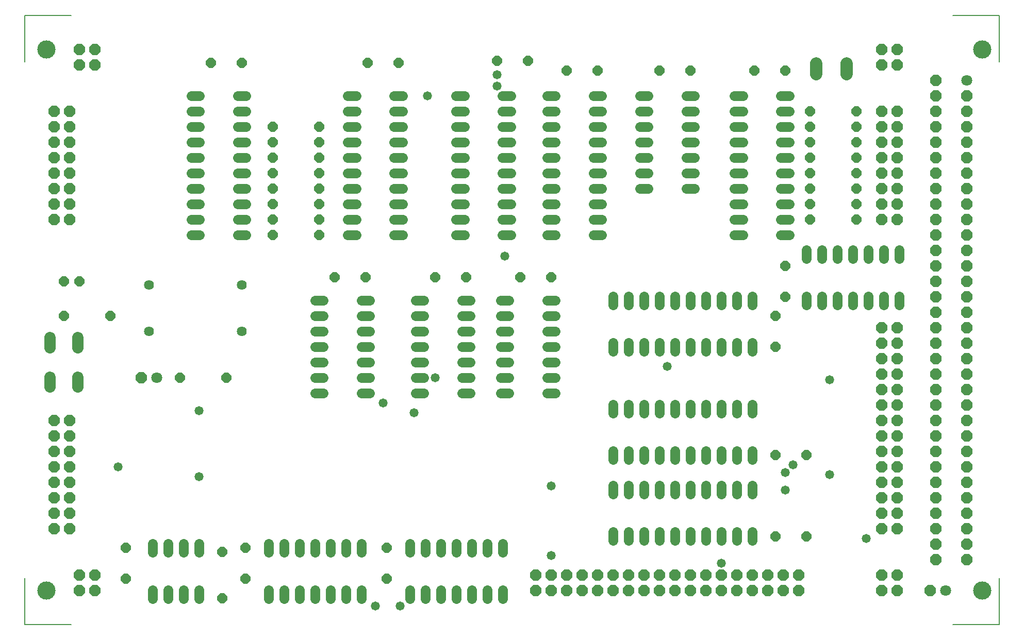
<source format=gts>
G75*
%MOIN*%
%OFA0B0*%
%FSLAX24Y24*%
%IPPOS*%
%LPD*%
%AMOC8*
5,1,8,0,0,1.08239X$1,22.5*
%
%ADD10C,0.0640*%
%ADD11OC8,0.0640*%
%ADD12C,0.0640*%
%ADD13C,0.0720*%
%ADD14OC8,0.0710*%
%ADD15C,0.0710*%
%ADD16C,0.0060*%
%ADD17C,0.1180*%
%ADD18OC8,0.0720*%
%ADD19C,0.0790*%
%ADD20C,0.0580*%
D10*
X013208Y009080D02*
X013208Y009640D01*
X014208Y009640D02*
X014208Y009080D01*
X015208Y009080D02*
X015208Y009640D01*
X016208Y009640D02*
X016208Y009080D01*
X016208Y012080D02*
X016208Y012640D01*
X015208Y012640D02*
X015208Y012080D01*
X014208Y012080D02*
X014208Y012640D01*
X013208Y012640D02*
X013208Y012080D01*
X020708Y012080D02*
X020708Y012640D01*
X021708Y012640D02*
X021708Y012080D01*
X022708Y012080D02*
X022708Y012640D01*
X023708Y012640D02*
X023708Y012080D01*
X024708Y012080D02*
X024708Y012640D01*
X025708Y012640D02*
X025708Y012080D01*
X026708Y012080D02*
X026708Y012640D01*
X029833Y012640D02*
X029833Y012080D01*
X030833Y012080D02*
X030833Y012640D01*
X031833Y012640D02*
X031833Y012080D01*
X032833Y012080D02*
X032833Y012640D01*
X033833Y012640D02*
X033833Y012080D01*
X034833Y012080D02*
X034833Y012640D01*
X035833Y012640D02*
X035833Y012080D01*
X035833Y009640D02*
X035833Y009080D01*
X034833Y009080D02*
X034833Y009640D01*
X033833Y009640D02*
X033833Y009080D01*
X032833Y009080D02*
X032833Y009640D01*
X031833Y009640D02*
X031833Y009080D01*
X030833Y009080D02*
X030833Y009640D01*
X029833Y009640D02*
X029833Y009080D01*
X026708Y009080D02*
X026708Y009640D01*
X025708Y009640D02*
X025708Y009080D01*
X024708Y009080D02*
X024708Y009640D01*
X023708Y009640D02*
X023708Y009080D01*
X022708Y009080D02*
X022708Y009640D01*
X021708Y009640D02*
X021708Y009080D01*
X020708Y009080D02*
X020708Y009640D01*
X023678Y022360D02*
X024238Y022360D01*
X024238Y023360D02*
X023678Y023360D01*
X023678Y024360D02*
X024238Y024360D01*
X024238Y025360D02*
X023678Y025360D01*
X023678Y026360D02*
X024238Y026360D01*
X024238Y027360D02*
X023678Y027360D01*
X023678Y028360D02*
X024238Y028360D01*
X026678Y028360D02*
X027238Y028360D01*
X027238Y027360D02*
X026678Y027360D01*
X026678Y026360D02*
X027238Y026360D01*
X027238Y025360D02*
X026678Y025360D01*
X026678Y024360D02*
X027238Y024360D01*
X027238Y023360D02*
X026678Y023360D01*
X026678Y022360D02*
X027238Y022360D01*
X030178Y022360D02*
X030738Y022360D01*
X030738Y023360D02*
X030178Y023360D01*
X030178Y024360D02*
X030738Y024360D01*
X030738Y025360D02*
X030178Y025360D01*
X030178Y026360D02*
X030738Y026360D01*
X030738Y027360D02*
X030178Y027360D01*
X030178Y028360D02*
X030738Y028360D01*
X033178Y028360D02*
X033738Y028360D01*
X033738Y027360D02*
X033178Y027360D01*
X033178Y026360D02*
X033738Y026360D01*
X033738Y025360D02*
X033178Y025360D01*
X033178Y024360D02*
X033738Y024360D01*
X033738Y023360D02*
X033178Y023360D01*
X033178Y022360D02*
X033738Y022360D01*
X035678Y022360D02*
X036238Y022360D01*
X036238Y023360D02*
X035678Y023360D01*
X035678Y024360D02*
X036238Y024360D01*
X036238Y025360D02*
X035678Y025360D01*
X035678Y026360D02*
X036238Y026360D01*
X036238Y027360D02*
X035678Y027360D01*
X035678Y028360D02*
X036238Y028360D01*
X038678Y028360D02*
X039238Y028360D01*
X039238Y027360D02*
X038678Y027360D01*
X038678Y026360D02*
X039238Y026360D01*
X039238Y025360D02*
X038678Y025360D01*
X038678Y024360D02*
X039238Y024360D01*
X039238Y023360D02*
X038678Y023360D01*
X038678Y022360D02*
X039238Y022360D01*
X042958Y021640D02*
X042958Y021080D01*
X043958Y021080D02*
X043958Y021640D01*
X044958Y021640D02*
X044958Y021080D01*
X045958Y021080D02*
X045958Y021640D01*
X046958Y021640D02*
X046958Y021080D01*
X047958Y021080D02*
X047958Y021640D01*
X048958Y021640D02*
X048958Y021080D01*
X049958Y021080D02*
X049958Y021640D01*
X050958Y021640D02*
X050958Y021080D01*
X051958Y021080D02*
X051958Y021640D01*
X051958Y018640D02*
X051958Y018080D01*
X050958Y018080D02*
X050958Y018640D01*
X049958Y018640D02*
X049958Y018080D01*
X048958Y018080D02*
X048958Y018640D01*
X047958Y018640D02*
X047958Y018080D01*
X046958Y018080D02*
X046958Y018640D01*
X045958Y018640D02*
X045958Y018080D01*
X044958Y018080D02*
X044958Y018640D01*
X043958Y018640D02*
X043958Y018080D01*
X042958Y018080D02*
X042958Y018640D01*
X042958Y016390D02*
X042958Y015830D01*
X043958Y015830D02*
X043958Y016390D01*
X044958Y016390D02*
X044958Y015830D01*
X045958Y015830D02*
X045958Y016390D01*
X046958Y016390D02*
X046958Y015830D01*
X047958Y015830D02*
X047958Y016390D01*
X048958Y016390D02*
X048958Y015830D01*
X049958Y015830D02*
X049958Y016390D01*
X050958Y016390D02*
X050958Y015830D01*
X051958Y015830D02*
X051958Y016390D01*
X051958Y013390D02*
X051958Y012830D01*
X050958Y012830D02*
X050958Y013390D01*
X049958Y013390D02*
X049958Y012830D01*
X048958Y012830D02*
X048958Y013390D01*
X047958Y013390D02*
X047958Y012830D01*
X046958Y012830D02*
X046958Y013390D01*
X045958Y013390D02*
X045958Y012830D01*
X044958Y012830D02*
X044958Y013390D01*
X043958Y013390D02*
X043958Y012830D01*
X042958Y012830D02*
X042958Y013390D01*
X042958Y025080D02*
X042958Y025640D01*
X043958Y025640D02*
X043958Y025080D01*
X044958Y025080D02*
X044958Y025640D01*
X045958Y025640D02*
X045958Y025080D01*
X046958Y025080D02*
X046958Y025640D01*
X047958Y025640D02*
X047958Y025080D01*
X048958Y025080D02*
X048958Y025640D01*
X049958Y025640D02*
X049958Y025080D01*
X050958Y025080D02*
X050958Y025640D01*
X051958Y025640D02*
X051958Y025080D01*
X051958Y028080D02*
X051958Y028640D01*
X050958Y028640D02*
X050958Y028080D01*
X049958Y028080D02*
X049958Y028640D01*
X048958Y028640D02*
X048958Y028080D01*
X047958Y028080D02*
X047958Y028640D01*
X046958Y028640D02*
X046958Y028080D01*
X045958Y028080D02*
X045958Y028640D01*
X044958Y028640D02*
X044958Y028080D01*
X043958Y028080D02*
X043958Y028640D01*
X042958Y028640D02*
X042958Y028080D01*
X042238Y032610D02*
X041678Y032610D01*
X041678Y033610D02*
X042238Y033610D01*
X042238Y034610D02*
X041678Y034610D01*
X041678Y035610D02*
X042238Y035610D01*
X042238Y036610D02*
X041678Y036610D01*
X041678Y037610D02*
X042238Y037610D01*
X042238Y038610D02*
X041678Y038610D01*
X041678Y039610D02*
X042238Y039610D01*
X042238Y040610D02*
X041678Y040610D01*
X041678Y041610D02*
X042238Y041610D01*
X044678Y041610D02*
X045238Y041610D01*
X045238Y040610D02*
X044678Y040610D01*
X044678Y039610D02*
X045238Y039610D01*
X045238Y038610D02*
X044678Y038610D01*
X044678Y037610D02*
X045238Y037610D01*
X045238Y036610D02*
X044678Y036610D01*
X044678Y035610D02*
X045238Y035610D01*
X047678Y035610D02*
X048238Y035610D01*
X048238Y036610D02*
X047678Y036610D01*
X047678Y037610D02*
X048238Y037610D01*
X048238Y038610D02*
X047678Y038610D01*
X047678Y039610D02*
X048238Y039610D01*
X048238Y040610D02*
X047678Y040610D01*
X047678Y041610D02*
X048238Y041610D01*
X050803Y041610D02*
X051363Y041610D01*
X051363Y040610D02*
X050803Y040610D01*
X050803Y039610D02*
X051363Y039610D01*
X051363Y038610D02*
X050803Y038610D01*
X050803Y037610D02*
X051363Y037610D01*
X051363Y036610D02*
X050803Y036610D01*
X050803Y035610D02*
X051363Y035610D01*
X051363Y034610D02*
X050803Y034610D01*
X050803Y033610D02*
X051363Y033610D01*
X051363Y032610D02*
X050803Y032610D01*
X053803Y032610D02*
X054363Y032610D01*
X054363Y033610D02*
X053803Y033610D01*
X053803Y034610D02*
X054363Y034610D01*
X054363Y035610D02*
X053803Y035610D01*
X053803Y036610D02*
X054363Y036610D01*
X054363Y037610D02*
X053803Y037610D01*
X053803Y038610D02*
X054363Y038610D01*
X054363Y039610D02*
X053803Y039610D01*
X053803Y040610D02*
X054363Y040610D01*
X054363Y041610D02*
X053803Y041610D01*
X055458Y031640D02*
X055458Y031080D01*
X056458Y031080D02*
X056458Y031640D01*
X057458Y031640D02*
X057458Y031080D01*
X058458Y031080D02*
X058458Y031640D01*
X059458Y031640D02*
X059458Y031080D01*
X060458Y031080D02*
X060458Y031640D01*
X061458Y031640D02*
X061458Y031080D01*
X061458Y028640D02*
X061458Y028080D01*
X060458Y028080D02*
X060458Y028640D01*
X059458Y028640D02*
X059458Y028080D01*
X058458Y028080D02*
X058458Y028640D01*
X057458Y028640D02*
X057458Y028080D01*
X056458Y028080D02*
X056458Y028640D01*
X055458Y028640D02*
X055458Y028080D01*
X039238Y032610D02*
X038678Y032610D01*
X038678Y033610D02*
X039238Y033610D01*
X039238Y034610D02*
X038678Y034610D01*
X038678Y035610D02*
X039238Y035610D01*
X039238Y036610D02*
X038678Y036610D01*
X038678Y037610D02*
X039238Y037610D01*
X039238Y038610D02*
X038678Y038610D01*
X038678Y039610D02*
X039238Y039610D01*
X039238Y040610D02*
X038678Y040610D01*
X038678Y041610D02*
X039238Y041610D01*
X036363Y041610D02*
X035803Y041610D01*
X035803Y040610D02*
X036363Y040610D01*
X036363Y039610D02*
X035803Y039610D01*
X035803Y038610D02*
X036363Y038610D01*
X036363Y037610D02*
X035803Y037610D01*
X035803Y036610D02*
X036363Y036610D01*
X036363Y035610D02*
X035803Y035610D01*
X035803Y034610D02*
X036363Y034610D01*
X036363Y033610D02*
X035803Y033610D01*
X035803Y032610D02*
X036363Y032610D01*
X033363Y032610D02*
X032803Y032610D01*
X032803Y033610D02*
X033363Y033610D01*
X033363Y034610D02*
X032803Y034610D01*
X032803Y035610D02*
X033363Y035610D01*
X033363Y036610D02*
X032803Y036610D01*
X032803Y037610D02*
X033363Y037610D01*
X033363Y038610D02*
X032803Y038610D01*
X032803Y039610D02*
X033363Y039610D01*
X033363Y040610D02*
X032803Y040610D01*
X032803Y041610D02*
X033363Y041610D01*
X029363Y041610D02*
X028803Y041610D01*
X028803Y040610D02*
X029363Y040610D01*
X029363Y039610D02*
X028803Y039610D01*
X028803Y038610D02*
X029363Y038610D01*
X029363Y037610D02*
X028803Y037610D01*
X028803Y036610D02*
X029363Y036610D01*
X029363Y035610D02*
X028803Y035610D01*
X028803Y034610D02*
X029363Y034610D01*
X029363Y033610D02*
X028803Y033610D01*
X028803Y032610D02*
X029363Y032610D01*
X026363Y032610D02*
X025803Y032610D01*
X025803Y033610D02*
X026363Y033610D01*
X026363Y034610D02*
X025803Y034610D01*
X025803Y035610D02*
X026363Y035610D01*
X026363Y036610D02*
X025803Y036610D01*
X025803Y037610D02*
X026363Y037610D01*
X026363Y038610D02*
X025803Y038610D01*
X025803Y039610D02*
X026363Y039610D01*
X026363Y040610D02*
X025803Y040610D01*
X025803Y041610D02*
X026363Y041610D01*
X019238Y041610D02*
X018678Y041610D01*
X018678Y040610D02*
X019238Y040610D01*
X019238Y039610D02*
X018678Y039610D01*
X018678Y038610D02*
X019238Y038610D01*
X019238Y037610D02*
X018678Y037610D01*
X018678Y036610D02*
X019238Y036610D01*
X019238Y035610D02*
X018678Y035610D01*
X018678Y034610D02*
X019238Y034610D01*
X019238Y033610D02*
X018678Y033610D01*
X018678Y032610D02*
X019238Y032610D01*
X016238Y032610D02*
X015678Y032610D01*
X015678Y033610D02*
X016238Y033610D01*
X016238Y034610D02*
X015678Y034610D01*
X015678Y035610D02*
X016238Y035610D01*
X016238Y036610D02*
X015678Y036610D01*
X015678Y037610D02*
X016238Y037610D01*
X016238Y038610D02*
X015678Y038610D01*
X015678Y039610D02*
X016238Y039610D01*
X016238Y040610D02*
X015678Y040610D01*
X015678Y041610D02*
X016238Y041610D01*
D11*
X016958Y043735D03*
X018958Y043735D03*
X020958Y039610D03*
X020958Y038610D03*
X020958Y037610D03*
X020958Y036610D03*
X020958Y035610D03*
X020958Y034610D03*
X020958Y033610D03*
X020958Y032610D03*
X023958Y032610D03*
X023958Y033610D03*
X023958Y034610D03*
X023958Y035610D03*
X023958Y036610D03*
X023958Y037610D03*
X023958Y038610D03*
X023958Y039610D03*
X027083Y043735D03*
X029083Y043735D03*
X035458Y043860D03*
X037458Y043860D03*
X039958Y043235D03*
X041958Y043235D03*
X045958Y043235D03*
X047958Y043235D03*
X052083Y043235D03*
X054083Y043235D03*
X055708Y040610D03*
X055708Y039610D03*
X055708Y038610D03*
X055708Y037610D03*
X055708Y036610D03*
X055708Y035610D03*
X055708Y034610D03*
X055708Y033610D03*
X058708Y033610D03*
X058708Y034610D03*
X058708Y035610D03*
X058708Y036610D03*
X058708Y037610D03*
X058708Y038610D03*
X058708Y039610D03*
X058708Y040610D03*
X054083Y030610D03*
X054083Y028610D03*
X053458Y027360D03*
X053458Y025360D03*
X053458Y018360D03*
X055458Y018360D03*
X055458Y013110D03*
X053458Y013110D03*
X038958Y029860D03*
X036958Y029860D03*
X033458Y029860D03*
X031458Y029860D03*
X026958Y029860D03*
X024958Y029860D03*
X017958Y023360D03*
X014958Y023360D03*
X010458Y027360D03*
X007458Y027360D03*
X007458Y029610D03*
X008458Y029610D03*
X011458Y012360D03*
X011458Y010360D03*
X017708Y009110D03*
X019208Y010360D03*
X019208Y012360D03*
X017708Y012110D03*
X028333Y012360D03*
X028333Y010360D03*
D12*
X018958Y026360D03*
X018958Y029360D03*
X012958Y029360D03*
X012958Y026360D03*
D13*
X008348Y025960D02*
X008348Y025320D01*
X006568Y025320D02*
X006568Y025960D01*
X006568Y023400D02*
X006568Y022760D01*
X008348Y022760D02*
X008348Y023400D01*
D14*
X012458Y023360D03*
X063458Y009610D03*
X063833Y011610D03*
X063833Y012610D03*
X063833Y013610D03*
X063833Y014610D03*
X063833Y015610D03*
X063833Y016610D03*
X063833Y017610D03*
X063833Y018610D03*
X063833Y019610D03*
X063833Y020610D03*
X063833Y021610D03*
X063833Y022610D03*
X063833Y023610D03*
X063833Y024610D03*
X063833Y025610D03*
X063833Y026610D03*
X063833Y027610D03*
X063833Y028610D03*
X063833Y029610D03*
X063833Y030610D03*
X063833Y031610D03*
X063833Y032610D03*
X063833Y033610D03*
X063833Y034610D03*
X063833Y035610D03*
X063833Y036610D03*
X063833Y037610D03*
X063833Y038610D03*
X063833Y039610D03*
X063833Y040610D03*
X063833Y041610D03*
X063833Y042610D03*
X065833Y041610D03*
X065833Y040610D03*
X065833Y039610D03*
X065833Y038610D03*
X065833Y037610D03*
X065833Y036610D03*
X065833Y035610D03*
X065833Y034610D03*
X065833Y033610D03*
X065833Y032610D03*
X065833Y031610D03*
X065833Y030610D03*
X065833Y029610D03*
X065833Y028610D03*
X065833Y027610D03*
X065833Y026610D03*
X065833Y025610D03*
X065833Y024610D03*
X065833Y023610D03*
X065833Y022610D03*
X065833Y021610D03*
X065833Y020610D03*
X065833Y019610D03*
X065833Y018610D03*
X065833Y017610D03*
X065833Y016610D03*
X065833Y015610D03*
X065833Y014610D03*
X065833Y013610D03*
X065833Y012610D03*
X065833Y011610D03*
D15*
X064458Y009610D03*
X065833Y042610D03*
X013458Y023360D03*
D16*
X004933Y010420D02*
X004933Y007420D01*
X007933Y007420D01*
X004933Y043800D02*
X004933Y046800D01*
X007933Y046800D01*
X064933Y046800D02*
X067933Y046800D01*
X067933Y043800D01*
X067933Y010420D02*
X067933Y007420D01*
X064933Y007420D01*
D17*
X066833Y009610D03*
X066833Y044610D03*
X006333Y044610D03*
X006333Y009610D03*
D18*
X008458Y009610D03*
X008458Y010610D03*
X009458Y010610D03*
X009458Y009610D03*
X007833Y013610D03*
X006833Y013610D03*
X006833Y014610D03*
X007833Y014610D03*
X007833Y015610D03*
X006833Y015610D03*
X006833Y016610D03*
X007833Y016610D03*
X007833Y017610D03*
X006833Y017610D03*
X006833Y018610D03*
X007833Y018610D03*
X007833Y019610D03*
X006833Y019610D03*
X006833Y020610D03*
X007833Y020610D03*
X007833Y033610D03*
X006833Y033610D03*
X006833Y034610D03*
X007833Y034610D03*
X007833Y035610D03*
X006833Y035610D03*
X006833Y036610D03*
X007833Y036610D03*
X007833Y037610D03*
X006833Y037610D03*
X006833Y038610D03*
X007833Y038610D03*
X007833Y039610D03*
X006833Y039610D03*
X006833Y040610D03*
X007833Y040610D03*
X008458Y043610D03*
X008458Y044610D03*
X009458Y044610D03*
X009458Y043610D03*
X037958Y010610D03*
X038958Y010610D03*
X039958Y010610D03*
X039958Y009610D03*
X038958Y009610D03*
X037958Y009610D03*
X040958Y009610D03*
X041958Y009610D03*
X042958Y009610D03*
X042958Y010610D03*
X041958Y010610D03*
X040958Y010610D03*
X043958Y010610D03*
X044958Y010610D03*
X044958Y009610D03*
X043958Y009610D03*
X045958Y009610D03*
X046958Y009610D03*
X047958Y009610D03*
X047958Y010610D03*
X046958Y010610D03*
X045958Y010610D03*
X048958Y010610D03*
X049958Y010610D03*
X049958Y009610D03*
X048958Y009610D03*
X050958Y009610D03*
X051958Y009610D03*
X052958Y009610D03*
X052958Y010610D03*
X051958Y010610D03*
X050958Y010610D03*
X053958Y010610D03*
X054958Y010610D03*
X054958Y009610D03*
X053958Y009610D03*
X060333Y009610D03*
X061333Y009610D03*
X061333Y010610D03*
X060333Y010610D03*
X060333Y013610D03*
X060333Y014610D03*
X061333Y014610D03*
X061333Y013610D03*
X061333Y015610D03*
X060333Y015610D03*
X060333Y016610D03*
X061333Y016610D03*
X061333Y017610D03*
X060333Y017610D03*
X060333Y018610D03*
X061333Y018610D03*
X061333Y019610D03*
X060333Y019610D03*
X060333Y020610D03*
X060333Y021610D03*
X061333Y021610D03*
X061333Y020610D03*
X061333Y022610D03*
X060333Y022610D03*
X060333Y023610D03*
X061333Y023610D03*
X061333Y024610D03*
X060333Y024610D03*
X060333Y025610D03*
X061333Y025610D03*
X061333Y026610D03*
X060333Y026610D03*
X060333Y033610D03*
X061333Y033610D03*
X061333Y034610D03*
X060333Y034610D03*
X060333Y035610D03*
X061333Y035610D03*
X061333Y036610D03*
X060333Y036610D03*
X060333Y037610D03*
X061333Y037610D03*
X061333Y038610D03*
X060333Y038610D03*
X060333Y039610D03*
X060333Y040610D03*
X061333Y040610D03*
X061333Y039610D03*
X061333Y043610D03*
X060333Y043610D03*
X060333Y044610D03*
X061333Y044610D03*
D19*
X058068Y043715D02*
X058068Y043005D01*
X056099Y043005D02*
X056099Y043715D01*
D20*
X035958Y031235D03*
X031458Y023360D03*
X028083Y021735D03*
X030083Y021110D03*
X038958Y016360D03*
X038958Y011860D03*
X029208Y008610D03*
X027583Y008610D03*
X016208Y016985D03*
X010958Y017610D03*
X016208Y021235D03*
X030958Y041610D03*
X035458Y042235D03*
X035458Y042985D03*
X046458Y024110D03*
X054583Y017735D03*
X054083Y017235D03*
X054083Y016110D03*
X056958Y017110D03*
X059333Y012985D03*
X049958Y011360D03*
X056958Y023235D03*
M02*

</source>
